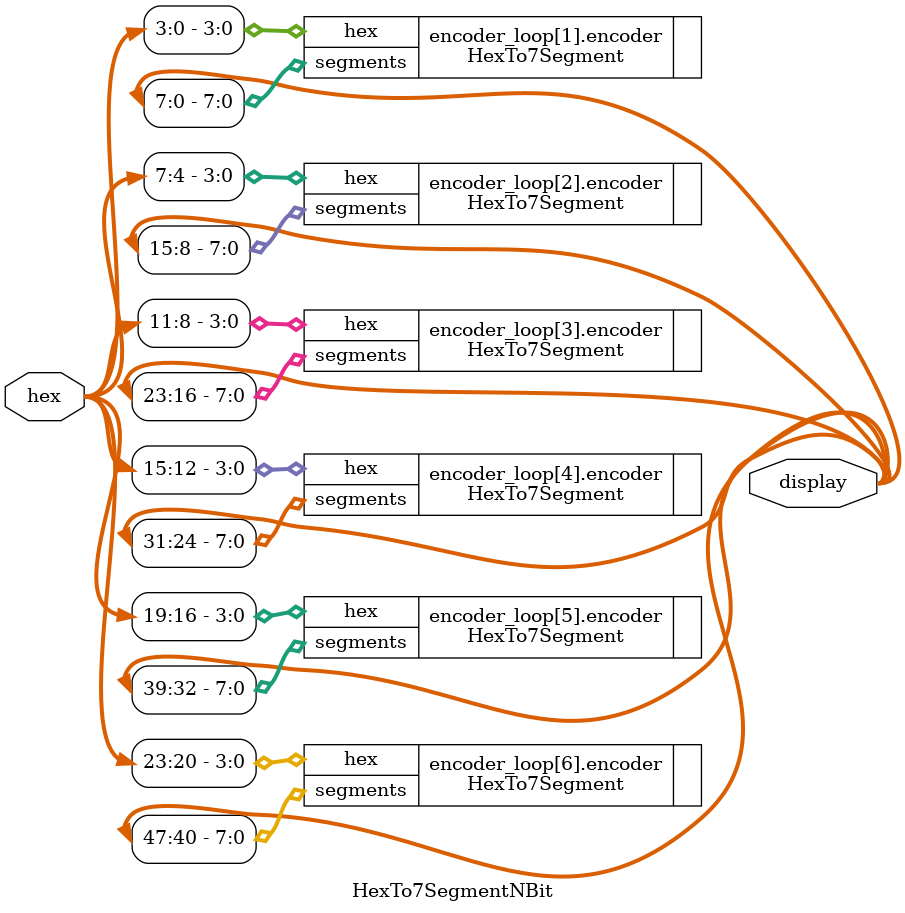
<source format=v>

module HexTo7SegmentNBit #(
	// declare parameters
	parameter DISPLAYS = 6,
	parameter HEX_MSB = (4 * DISPLAYS) - 1,
	parameter DISPLAY_MSB = (8 * DISPLAYS) - 1
)(
   // Declare input and output ports
   input  	 	[HEX_MSB:0]	hex,
	output	 	[DISPLAY_MSB:0]	display
);

genvar i;

generate
	// instantiate HexTo7Segment encoders for each display
	for (i = 1; i <= DISPLAYS; i = i + 1) begin : encoder_loop
		HexTo7Segment encoder (
			.hex 			(hex		[(4 * i) - 1 -: 4]	),
			.segments   (display	[(8 * i) - 1 -: 8]	)
		);
	end

endgenerate

endmodule 
</source>
